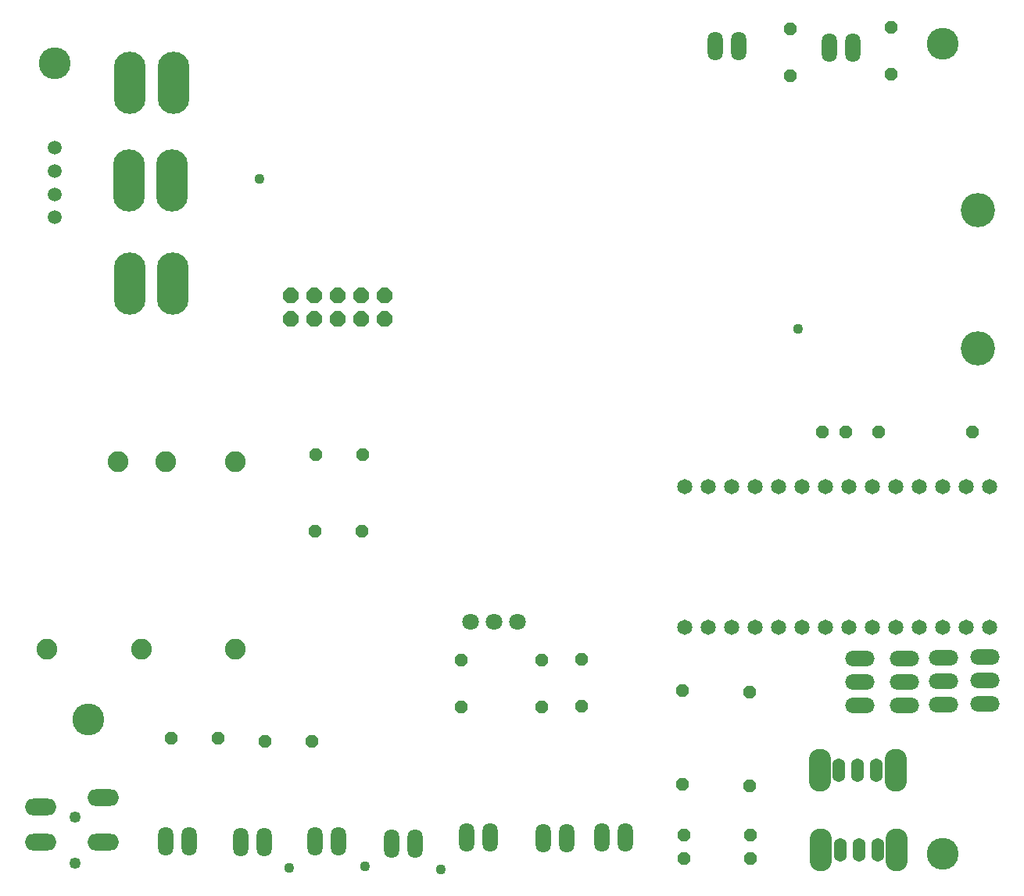
<source format=gbs>
G04 Layer_Color=16711935*
%FSLAX25Y25*%
%MOIN*%
G70*
G01*
G75*
%ADD51C,0.07100*%
%ADD52O,0.06506X0.12411*%
%ADD53P,0.05845X8X292.5*%
%ADD54C,0.14600*%
%ADD55C,0.06506*%
%ADD56P,0.05845X8X22.5*%
%ADD57C,0.08868*%
%ADD58C,0.04931*%
%ADD59O,0.13593X0.07097*%
%ADD60O,0.13591X0.26583*%
%ADD61C,0.05915*%
%ADD62O,0.09459X0.18318*%
%ADD63O,0.05325X0.10050*%
%ADD64P,0.07144X8X22.5*%
%ADD65O,0.12600X0.06600*%
%ADD66C,0.13592*%
%ADD67C,0.04362*%
D51*
X313500Y408000D02*
D03*
X323500D02*
D03*
X303500D02*
D03*
D52*
X369500Y316000D02*
D03*
X359500D02*
D03*
X344500Y315500D02*
D03*
X334500D02*
D03*
X456500Y653000D02*
D03*
X466500D02*
D03*
X408000Y653500D02*
D03*
X418000D02*
D03*
X183674Y314260D02*
D03*
X173674D02*
D03*
X215651Y313861D02*
D03*
X205651D02*
D03*
X247203Y314305D02*
D03*
X237203D02*
D03*
X280085Y313418D02*
D03*
X270085D02*
D03*
X312080Y316068D02*
D03*
X302080D02*
D03*
D53*
X351000Y372000D02*
D03*
Y392000D02*
D03*
X334000Y371500D02*
D03*
Y391500D02*
D03*
X299500Y371500D02*
D03*
Y391500D02*
D03*
X483000Y641500D02*
D03*
Y661500D02*
D03*
X440000Y641000D02*
D03*
Y661000D02*
D03*
X394000Y378500D02*
D03*
Y338500D02*
D03*
X422500Y378000D02*
D03*
Y338000D02*
D03*
X394500Y307000D02*
D03*
Y317000D02*
D03*
X423000Y307000D02*
D03*
Y317000D02*
D03*
D54*
X520000Y524500D02*
D03*
Y583500D02*
D03*
D55*
X525000Y405500D02*
D03*
X515000D02*
D03*
X505000D02*
D03*
X495000D02*
D03*
X485000D02*
D03*
X475000D02*
D03*
X465000D02*
D03*
X455000D02*
D03*
X445000D02*
D03*
X435000D02*
D03*
X425000D02*
D03*
X415000D02*
D03*
X405000D02*
D03*
X395000D02*
D03*
X525000Y465500D02*
D03*
X515000D02*
D03*
X505000D02*
D03*
X495000D02*
D03*
X485000D02*
D03*
X475000D02*
D03*
X465000D02*
D03*
X455000D02*
D03*
X445000D02*
D03*
X435000D02*
D03*
X425000D02*
D03*
X415000D02*
D03*
X405000D02*
D03*
X395000D02*
D03*
D56*
X195877Y358390D02*
D03*
X175877D02*
D03*
X517500Y489000D02*
D03*
X477500D02*
D03*
X463500D02*
D03*
X453500D02*
D03*
X237364Y446655D02*
D03*
X257364D02*
D03*
X235920Y356932D02*
D03*
X215920D02*
D03*
X237643Y479301D02*
D03*
X257643D02*
D03*
D57*
X123083Y396465D02*
D03*
X163241D02*
D03*
X203398D02*
D03*
X153398Y476465D02*
D03*
X173477D02*
D03*
X203398D02*
D03*
D58*
X135082Y324660D02*
D03*
Y304975D02*
D03*
D59*
X146893Y314030D02*
D03*
Y332927D02*
D03*
X120121Y328990D02*
D03*
Y314030D02*
D03*
D60*
X158389Y638047D02*
D03*
X176893D02*
D03*
X157835Y596312D02*
D03*
X176339D02*
D03*
X158213Y552414D02*
D03*
X176717D02*
D03*
D61*
X126340Y580610D02*
D03*
Y590453D02*
D03*
Y600295D02*
D03*
Y610138D02*
D03*
D62*
X453088Y310685D02*
D03*
X485372D02*
D03*
X452490Y344704D02*
D03*
X484774D02*
D03*
D63*
X461356Y310685D02*
D03*
X469230D02*
D03*
X477104D02*
D03*
X460758Y344704D02*
D03*
X468632D02*
D03*
X476506D02*
D03*
D64*
X266980Y547294D02*
D03*
Y537294D02*
D03*
X256980Y547294D02*
D03*
Y537294D02*
D03*
X246980Y547294D02*
D03*
Y537294D02*
D03*
X236980Y547294D02*
D03*
Y537294D02*
D03*
X226980Y547294D02*
D03*
Y537294D02*
D03*
D65*
X522849Y392845D02*
D03*
Y382845D02*
D03*
Y372845D02*
D03*
X505303Y392678D02*
D03*
Y382678D02*
D03*
Y372678D02*
D03*
X488498Y392149D02*
D03*
Y382149D02*
D03*
Y372149D02*
D03*
X469527Y392140D02*
D03*
Y382140D02*
D03*
Y372140D02*
D03*
D66*
X504761Y309063D02*
D03*
Y654801D02*
D03*
X126381Y646453D02*
D03*
X140520Y366359D02*
D03*
D67*
X291004Y302261D02*
D03*
X258635Y303566D02*
D03*
X226248Y302836D02*
D03*
X443213Y533046D02*
D03*
X213545Y596821D02*
D03*
M02*

</source>
